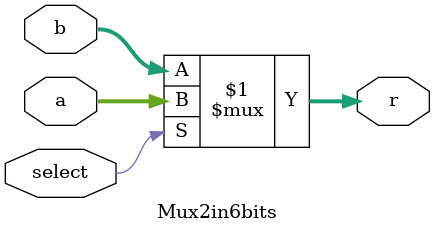
<source format=v>
module Mux2in6bits(
    input wire [5:0]a, 
    input wire [5:0]b,
    input wire select,
    output wire [5:0]r
);


assign r = select ? a : b;

endmodule
</source>
